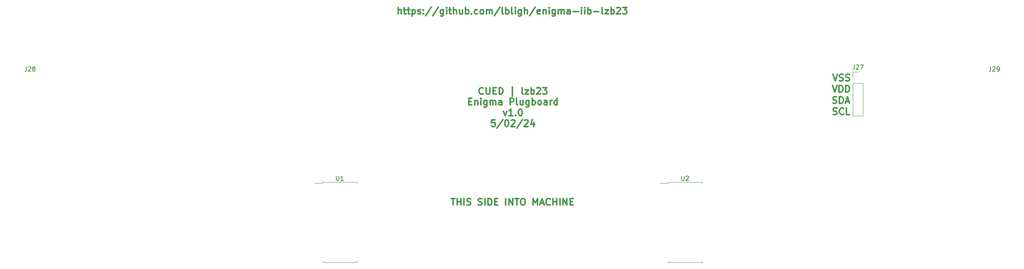
<source format=gbr>
%TF.GenerationSoftware,KiCad,Pcbnew,7.0.2-0*%
%TF.CreationDate,2024-02-08T13:36:38+00:00*%
%TF.ProjectId,plugboard,706c7567-626f-4617-9264-2e6b69636164,rev?*%
%TF.SameCoordinates,PX1312d00PY68e7780*%
%TF.FileFunction,Legend,Top*%
%TF.FilePolarity,Positive*%
%FSLAX46Y46*%
G04 Gerber Fmt 4.6, Leading zero omitted, Abs format (unit mm)*
G04 Created by KiCad (PCBNEW 7.0.2-0) date 2024-02-08 13:36:38*
%MOMM*%
%LPD*%
G01*
G04 APERTURE LIST*
%ADD10C,0.300000*%
%ADD11C,0.150000*%
%ADD12C,0.120000*%
G04 APERTURE END LIST*
D10*
X100843711Y59141072D02*
X100843711Y60641072D01*
X101486569Y59141072D02*
X101486569Y59926786D01*
X101486569Y59926786D02*
X101415140Y60069643D01*
X101415140Y60069643D02*
X101272283Y60141072D01*
X101272283Y60141072D02*
X101057997Y60141072D01*
X101057997Y60141072D02*
X100915140Y60069643D01*
X100915140Y60069643D02*
X100843711Y59998215D01*
X101986569Y60141072D02*
X102557997Y60141072D01*
X102200854Y60641072D02*
X102200854Y59355358D01*
X102200854Y59355358D02*
X102272283Y59212500D01*
X102272283Y59212500D02*
X102415140Y59141072D01*
X102415140Y59141072D02*
X102557997Y59141072D01*
X102843712Y60141072D02*
X103415140Y60141072D01*
X103057997Y60641072D02*
X103057997Y59355358D01*
X103057997Y59355358D02*
X103129426Y59212500D01*
X103129426Y59212500D02*
X103272283Y59141072D01*
X103272283Y59141072D02*
X103415140Y59141072D01*
X103915140Y60141072D02*
X103915140Y58641072D01*
X103915140Y60069643D02*
X104057998Y60141072D01*
X104057998Y60141072D02*
X104343712Y60141072D01*
X104343712Y60141072D02*
X104486569Y60069643D01*
X104486569Y60069643D02*
X104557998Y59998215D01*
X104557998Y59998215D02*
X104629426Y59855358D01*
X104629426Y59855358D02*
X104629426Y59426786D01*
X104629426Y59426786D02*
X104557998Y59283929D01*
X104557998Y59283929D02*
X104486569Y59212500D01*
X104486569Y59212500D02*
X104343712Y59141072D01*
X104343712Y59141072D02*
X104057998Y59141072D01*
X104057998Y59141072D02*
X103915140Y59212500D01*
X105200855Y59212500D02*
X105343712Y59141072D01*
X105343712Y59141072D02*
X105629426Y59141072D01*
X105629426Y59141072D02*
X105772283Y59212500D01*
X105772283Y59212500D02*
X105843712Y59355358D01*
X105843712Y59355358D02*
X105843712Y59426786D01*
X105843712Y59426786D02*
X105772283Y59569643D01*
X105772283Y59569643D02*
X105629426Y59641072D01*
X105629426Y59641072D02*
X105415141Y59641072D01*
X105415141Y59641072D02*
X105272283Y59712500D01*
X105272283Y59712500D02*
X105200855Y59855358D01*
X105200855Y59855358D02*
X105200855Y59926786D01*
X105200855Y59926786D02*
X105272283Y60069643D01*
X105272283Y60069643D02*
X105415141Y60141072D01*
X105415141Y60141072D02*
X105629426Y60141072D01*
X105629426Y60141072D02*
X105772283Y60069643D01*
X106486569Y59283929D02*
X106557998Y59212500D01*
X106557998Y59212500D02*
X106486569Y59141072D01*
X106486569Y59141072D02*
X106415141Y59212500D01*
X106415141Y59212500D02*
X106486569Y59283929D01*
X106486569Y59283929D02*
X106486569Y59141072D01*
X106486569Y60069643D02*
X106557998Y59998215D01*
X106557998Y59998215D02*
X106486569Y59926786D01*
X106486569Y59926786D02*
X106415141Y59998215D01*
X106415141Y59998215D02*
X106486569Y60069643D01*
X106486569Y60069643D02*
X106486569Y59926786D01*
X108272284Y60712500D02*
X106986570Y58783929D01*
X109843713Y60712500D02*
X108557999Y58783929D01*
X110986571Y60141072D02*
X110986571Y58926786D01*
X110986571Y58926786D02*
X110915142Y58783929D01*
X110915142Y58783929D02*
X110843713Y58712500D01*
X110843713Y58712500D02*
X110700856Y58641072D01*
X110700856Y58641072D02*
X110486571Y58641072D01*
X110486571Y58641072D02*
X110343713Y58712500D01*
X110986571Y59212500D02*
X110843713Y59141072D01*
X110843713Y59141072D02*
X110557999Y59141072D01*
X110557999Y59141072D02*
X110415142Y59212500D01*
X110415142Y59212500D02*
X110343713Y59283929D01*
X110343713Y59283929D02*
X110272285Y59426786D01*
X110272285Y59426786D02*
X110272285Y59855358D01*
X110272285Y59855358D02*
X110343713Y59998215D01*
X110343713Y59998215D02*
X110415142Y60069643D01*
X110415142Y60069643D02*
X110557999Y60141072D01*
X110557999Y60141072D02*
X110843713Y60141072D01*
X110843713Y60141072D02*
X110986571Y60069643D01*
X111700856Y59141072D02*
X111700856Y60141072D01*
X111700856Y60641072D02*
X111629428Y60569643D01*
X111629428Y60569643D02*
X111700856Y60498215D01*
X111700856Y60498215D02*
X111772285Y60569643D01*
X111772285Y60569643D02*
X111700856Y60641072D01*
X111700856Y60641072D02*
X111700856Y60498215D01*
X112200857Y60141072D02*
X112772285Y60141072D01*
X112415142Y60641072D02*
X112415142Y59355358D01*
X112415142Y59355358D02*
X112486571Y59212500D01*
X112486571Y59212500D02*
X112629428Y59141072D01*
X112629428Y59141072D02*
X112772285Y59141072D01*
X113272285Y59141072D02*
X113272285Y60641072D01*
X113915143Y59141072D02*
X113915143Y59926786D01*
X113915143Y59926786D02*
X113843714Y60069643D01*
X113843714Y60069643D02*
X113700857Y60141072D01*
X113700857Y60141072D02*
X113486571Y60141072D01*
X113486571Y60141072D02*
X113343714Y60069643D01*
X113343714Y60069643D02*
X113272285Y59998215D01*
X115272286Y60141072D02*
X115272286Y59141072D01*
X114629428Y60141072D02*
X114629428Y59355358D01*
X114629428Y59355358D02*
X114700857Y59212500D01*
X114700857Y59212500D02*
X114843714Y59141072D01*
X114843714Y59141072D02*
X115058000Y59141072D01*
X115058000Y59141072D02*
X115200857Y59212500D01*
X115200857Y59212500D02*
X115272286Y59283929D01*
X115986571Y59141072D02*
X115986571Y60641072D01*
X115986571Y60069643D02*
X116129429Y60141072D01*
X116129429Y60141072D02*
X116415143Y60141072D01*
X116415143Y60141072D02*
X116558000Y60069643D01*
X116558000Y60069643D02*
X116629429Y59998215D01*
X116629429Y59998215D02*
X116700857Y59855358D01*
X116700857Y59855358D02*
X116700857Y59426786D01*
X116700857Y59426786D02*
X116629429Y59283929D01*
X116629429Y59283929D02*
X116558000Y59212500D01*
X116558000Y59212500D02*
X116415143Y59141072D01*
X116415143Y59141072D02*
X116129429Y59141072D01*
X116129429Y59141072D02*
X115986571Y59212500D01*
X117343714Y59283929D02*
X117415143Y59212500D01*
X117415143Y59212500D02*
X117343714Y59141072D01*
X117343714Y59141072D02*
X117272286Y59212500D01*
X117272286Y59212500D02*
X117343714Y59283929D01*
X117343714Y59283929D02*
X117343714Y59141072D01*
X118700858Y59212500D02*
X118558000Y59141072D01*
X118558000Y59141072D02*
X118272286Y59141072D01*
X118272286Y59141072D02*
X118129429Y59212500D01*
X118129429Y59212500D02*
X118058000Y59283929D01*
X118058000Y59283929D02*
X117986572Y59426786D01*
X117986572Y59426786D02*
X117986572Y59855358D01*
X117986572Y59855358D02*
X118058000Y59998215D01*
X118058000Y59998215D02*
X118129429Y60069643D01*
X118129429Y60069643D02*
X118272286Y60141072D01*
X118272286Y60141072D02*
X118558000Y60141072D01*
X118558000Y60141072D02*
X118700858Y60069643D01*
X119558000Y59141072D02*
X119415143Y59212500D01*
X119415143Y59212500D02*
X119343714Y59283929D01*
X119343714Y59283929D02*
X119272286Y59426786D01*
X119272286Y59426786D02*
X119272286Y59855358D01*
X119272286Y59855358D02*
X119343714Y59998215D01*
X119343714Y59998215D02*
X119415143Y60069643D01*
X119415143Y60069643D02*
X119558000Y60141072D01*
X119558000Y60141072D02*
X119772286Y60141072D01*
X119772286Y60141072D02*
X119915143Y60069643D01*
X119915143Y60069643D02*
X119986572Y59998215D01*
X119986572Y59998215D02*
X120058000Y59855358D01*
X120058000Y59855358D02*
X120058000Y59426786D01*
X120058000Y59426786D02*
X119986572Y59283929D01*
X119986572Y59283929D02*
X119915143Y59212500D01*
X119915143Y59212500D02*
X119772286Y59141072D01*
X119772286Y59141072D02*
X119558000Y59141072D01*
X120700857Y59141072D02*
X120700857Y60141072D01*
X120700857Y59998215D02*
X120772286Y60069643D01*
X120772286Y60069643D02*
X120915143Y60141072D01*
X120915143Y60141072D02*
X121129429Y60141072D01*
X121129429Y60141072D02*
X121272286Y60069643D01*
X121272286Y60069643D02*
X121343715Y59926786D01*
X121343715Y59926786D02*
X121343715Y59141072D01*
X121343715Y59926786D02*
X121415143Y60069643D01*
X121415143Y60069643D02*
X121558000Y60141072D01*
X121558000Y60141072D02*
X121772286Y60141072D01*
X121772286Y60141072D02*
X121915143Y60069643D01*
X121915143Y60069643D02*
X121986572Y59926786D01*
X121986572Y59926786D02*
X121986572Y59141072D01*
X123772286Y60712500D02*
X122486572Y58783929D01*
X124486572Y59141072D02*
X124343715Y59212500D01*
X124343715Y59212500D02*
X124272286Y59355358D01*
X124272286Y59355358D02*
X124272286Y60641072D01*
X125058000Y59141072D02*
X125058000Y60641072D01*
X125058000Y60069643D02*
X125200858Y60141072D01*
X125200858Y60141072D02*
X125486572Y60141072D01*
X125486572Y60141072D02*
X125629429Y60069643D01*
X125629429Y60069643D02*
X125700858Y59998215D01*
X125700858Y59998215D02*
X125772286Y59855358D01*
X125772286Y59855358D02*
X125772286Y59426786D01*
X125772286Y59426786D02*
X125700858Y59283929D01*
X125700858Y59283929D02*
X125629429Y59212500D01*
X125629429Y59212500D02*
X125486572Y59141072D01*
X125486572Y59141072D02*
X125200858Y59141072D01*
X125200858Y59141072D02*
X125058000Y59212500D01*
X126629429Y59141072D02*
X126486572Y59212500D01*
X126486572Y59212500D02*
X126415143Y59355358D01*
X126415143Y59355358D02*
X126415143Y60641072D01*
X127200857Y59141072D02*
X127200857Y60141072D01*
X127200857Y60641072D02*
X127129429Y60569643D01*
X127129429Y60569643D02*
X127200857Y60498215D01*
X127200857Y60498215D02*
X127272286Y60569643D01*
X127272286Y60569643D02*
X127200857Y60641072D01*
X127200857Y60641072D02*
X127200857Y60498215D01*
X128558001Y60141072D02*
X128558001Y58926786D01*
X128558001Y58926786D02*
X128486572Y58783929D01*
X128486572Y58783929D02*
X128415143Y58712500D01*
X128415143Y58712500D02*
X128272286Y58641072D01*
X128272286Y58641072D02*
X128058001Y58641072D01*
X128058001Y58641072D02*
X127915143Y58712500D01*
X128558001Y59212500D02*
X128415143Y59141072D01*
X128415143Y59141072D02*
X128129429Y59141072D01*
X128129429Y59141072D02*
X127986572Y59212500D01*
X127986572Y59212500D02*
X127915143Y59283929D01*
X127915143Y59283929D02*
X127843715Y59426786D01*
X127843715Y59426786D02*
X127843715Y59855358D01*
X127843715Y59855358D02*
X127915143Y59998215D01*
X127915143Y59998215D02*
X127986572Y60069643D01*
X127986572Y60069643D02*
X128129429Y60141072D01*
X128129429Y60141072D02*
X128415143Y60141072D01*
X128415143Y60141072D02*
X128558001Y60069643D01*
X129272286Y59141072D02*
X129272286Y60641072D01*
X129915144Y59141072D02*
X129915144Y59926786D01*
X129915144Y59926786D02*
X129843715Y60069643D01*
X129843715Y60069643D02*
X129700858Y60141072D01*
X129700858Y60141072D02*
X129486572Y60141072D01*
X129486572Y60141072D02*
X129343715Y60069643D01*
X129343715Y60069643D02*
X129272286Y59998215D01*
X131700858Y60712500D02*
X130415144Y58783929D01*
X132772287Y59212500D02*
X132629430Y59141072D01*
X132629430Y59141072D02*
X132343716Y59141072D01*
X132343716Y59141072D02*
X132200858Y59212500D01*
X132200858Y59212500D02*
X132129430Y59355358D01*
X132129430Y59355358D02*
X132129430Y59926786D01*
X132129430Y59926786D02*
X132200858Y60069643D01*
X132200858Y60069643D02*
X132343716Y60141072D01*
X132343716Y60141072D02*
X132629430Y60141072D01*
X132629430Y60141072D02*
X132772287Y60069643D01*
X132772287Y60069643D02*
X132843716Y59926786D01*
X132843716Y59926786D02*
X132843716Y59783929D01*
X132843716Y59783929D02*
X132129430Y59641072D01*
X133486572Y60141072D02*
X133486572Y59141072D01*
X133486572Y59998215D02*
X133558001Y60069643D01*
X133558001Y60069643D02*
X133700858Y60141072D01*
X133700858Y60141072D02*
X133915144Y60141072D01*
X133915144Y60141072D02*
X134058001Y60069643D01*
X134058001Y60069643D02*
X134129430Y59926786D01*
X134129430Y59926786D02*
X134129430Y59141072D01*
X134843715Y59141072D02*
X134843715Y60141072D01*
X134843715Y60641072D02*
X134772287Y60569643D01*
X134772287Y60569643D02*
X134843715Y60498215D01*
X134843715Y60498215D02*
X134915144Y60569643D01*
X134915144Y60569643D02*
X134843715Y60641072D01*
X134843715Y60641072D02*
X134843715Y60498215D01*
X136200859Y60141072D02*
X136200859Y58926786D01*
X136200859Y58926786D02*
X136129430Y58783929D01*
X136129430Y58783929D02*
X136058001Y58712500D01*
X136058001Y58712500D02*
X135915144Y58641072D01*
X135915144Y58641072D02*
X135700859Y58641072D01*
X135700859Y58641072D02*
X135558001Y58712500D01*
X136200859Y59212500D02*
X136058001Y59141072D01*
X136058001Y59141072D02*
X135772287Y59141072D01*
X135772287Y59141072D02*
X135629430Y59212500D01*
X135629430Y59212500D02*
X135558001Y59283929D01*
X135558001Y59283929D02*
X135486573Y59426786D01*
X135486573Y59426786D02*
X135486573Y59855358D01*
X135486573Y59855358D02*
X135558001Y59998215D01*
X135558001Y59998215D02*
X135629430Y60069643D01*
X135629430Y60069643D02*
X135772287Y60141072D01*
X135772287Y60141072D02*
X136058001Y60141072D01*
X136058001Y60141072D02*
X136200859Y60069643D01*
X136915144Y59141072D02*
X136915144Y60141072D01*
X136915144Y59998215D02*
X136986573Y60069643D01*
X136986573Y60069643D02*
X137129430Y60141072D01*
X137129430Y60141072D02*
X137343716Y60141072D01*
X137343716Y60141072D02*
X137486573Y60069643D01*
X137486573Y60069643D02*
X137558002Y59926786D01*
X137558002Y59926786D02*
X137558002Y59141072D01*
X137558002Y59926786D02*
X137629430Y60069643D01*
X137629430Y60069643D02*
X137772287Y60141072D01*
X137772287Y60141072D02*
X137986573Y60141072D01*
X137986573Y60141072D02*
X138129430Y60069643D01*
X138129430Y60069643D02*
X138200859Y59926786D01*
X138200859Y59926786D02*
X138200859Y59141072D01*
X139558002Y59141072D02*
X139558002Y59926786D01*
X139558002Y59926786D02*
X139486573Y60069643D01*
X139486573Y60069643D02*
X139343716Y60141072D01*
X139343716Y60141072D02*
X139058002Y60141072D01*
X139058002Y60141072D02*
X138915144Y60069643D01*
X139558002Y59212500D02*
X139415144Y59141072D01*
X139415144Y59141072D02*
X139058002Y59141072D01*
X139058002Y59141072D02*
X138915144Y59212500D01*
X138915144Y59212500D02*
X138843716Y59355358D01*
X138843716Y59355358D02*
X138843716Y59498215D01*
X138843716Y59498215D02*
X138915144Y59641072D01*
X138915144Y59641072D02*
X139058002Y59712500D01*
X139058002Y59712500D02*
X139415144Y59712500D01*
X139415144Y59712500D02*
X139558002Y59783929D01*
X140272287Y59712500D02*
X141415145Y59712500D01*
X142129430Y59141072D02*
X142129430Y60141072D01*
X142129430Y60641072D02*
X142058002Y60569643D01*
X142058002Y60569643D02*
X142129430Y60498215D01*
X142129430Y60498215D02*
X142200859Y60569643D01*
X142200859Y60569643D02*
X142129430Y60641072D01*
X142129430Y60641072D02*
X142129430Y60498215D01*
X142843716Y59141072D02*
X142843716Y60141072D01*
X142843716Y60641072D02*
X142772288Y60569643D01*
X142772288Y60569643D02*
X142843716Y60498215D01*
X142843716Y60498215D02*
X142915145Y60569643D01*
X142915145Y60569643D02*
X142843716Y60641072D01*
X142843716Y60641072D02*
X142843716Y60498215D01*
X143558002Y59141072D02*
X143558002Y60641072D01*
X143558002Y60069643D02*
X143700860Y60141072D01*
X143700860Y60141072D02*
X143986574Y60141072D01*
X143986574Y60141072D02*
X144129431Y60069643D01*
X144129431Y60069643D02*
X144200860Y59998215D01*
X144200860Y59998215D02*
X144272288Y59855358D01*
X144272288Y59855358D02*
X144272288Y59426786D01*
X144272288Y59426786D02*
X144200860Y59283929D01*
X144200860Y59283929D02*
X144129431Y59212500D01*
X144129431Y59212500D02*
X143986574Y59141072D01*
X143986574Y59141072D02*
X143700860Y59141072D01*
X143700860Y59141072D02*
X143558002Y59212500D01*
X144915145Y59712500D02*
X146058003Y59712500D01*
X146986574Y59141072D02*
X146843717Y59212500D01*
X146843717Y59212500D02*
X146772288Y59355358D01*
X146772288Y59355358D02*
X146772288Y60641072D01*
X147415145Y60141072D02*
X148200860Y60141072D01*
X148200860Y60141072D02*
X147415145Y59141072D01*
X147415145Y59141072D02*
X148200860Y59141072D01*
X148772288Y59141072D02*
X148772288Y60641072D01*
X148772288Y60069643D02*
X148915146Y60141072D01*
X148915146Y60141072D02*
X149200860Y60141072D01*
X149200860Y60141072D02*
X149343717Y60069643D01*
X149343717Y60069643D02*
X149415146Y59998215D01*
X149415146Y59998215D02*
X149486574Y59855358D01*
X149486574Y59855358D02*
X149486574Y59426786D01*
X149486574Y59426786D02*
X149415146Y59283929D01*
X149415146Y59283929D02*
X149343717Y59212500D01*
X149343717Y59212500D02*
X149200860Y59141072D01*
X149200860Y59141072D02*
X148915146Y59141072D01*
X148915146Y59141072D02*
X148772288Y59212500D01*
X150058003Y60498215D02*
X150129431Y60569643D01*
X150129431Y60569643D02*
X150272289Y60641072D01*
X150272289Y60641072D02*
X150629431Y60641072D01*
X150629431Y60641072D02*
X150772289Y60569643D01*
X150772289Y60569643D02*
X150843717Y60498215D01*
X150843717Y60498215D02*
X150915146Y60355358D01*
X150915146Y60355358D02*
X150915146Y60212500D01*
X150915146Y60212500D02*
X150843717Y59998215D01*
X150843717Y59998215D02*
X149986574Y59141072D01*
X149986574Y59141072D02*
X150915146Y59141072D01*
X151415145Y60641072D02*
X152343717Y60641072D01*
X152343717Y60641072D02*
X151843717Y60069643D01*
X151843717Y60069643D02*
X152058002Y60069643D01*
X152058002Y60069643D02*
X152200860Y59998215D01*
X152200860Y59998215D02*
X152272288Y59926786D01*
X152272288Y59926786D02*
X152343717Y59783929D01*
X152343717Y59783929D02*
X152343717Y59426786D01*
X152343717Y59426786D02*
X152272288Y59283929D01*
X152272288Y59283929D02*
X152200860Y59212500D01*
X152200860Y59212500D02*
X152058002Y59141072D01*
X152058002Y59141072D02*
X151629431Y59141072D01*
X151629431Y59141072D02*
X151486574Y59212500D01*
X151486574Y59212500D02*
X151415145Y59283929D01*
X112700856Y17461072D02*
X113557999Y17461072D01*
X113129427Y15961072D02*
X113129427Y17461072D01*
X114057998Y15961072D02*
X114057998Y17461072D01*
X114057998Y16746786D02*
X114915141Y16746786D01*
X114915141Y15961072D02*
X114915141Y17461072D01*
X115629427Y15961072D02*
X115629427Y17461072D01*
X116272285Y16032500D02*
X116486571Y15961072D01*
X116486571Y15961072D02*
X116843713Y15961072D01*
X116843713Y15961072D02*
X116986571Y16032500D01*
X116986571Y16032500D02*
X117057999Y16103929D01*
X117057999Y16103929D02*
X117129428Y16246786D01*
X117129428Y16246786D02*
X117129428Y16389643D01*
X117129428Y16389643D02*
X117057999Y16532500D01*
X117057999Y16532500D02*
X116986571Y16603929D01*
X116986571Y16603929D02*
X116843713Y16675358D01*
X116843713Y16675358D02*
X116557999Y16746786D01*
X116557999Y16746786D02*
X116415142Y16818215D01*
X116415142Y16818215D02*
X116343713Y16889643D01*
X116343713Y16889643D02*
X116272285Y17032500D01*
X116272285Y17032500D02*
X116272285Y17175358D01*
X116272285Y17175358D02*
X116343713Y17318215D01*
X116343713Y17318215D02*
X116415142Y17389643D01*
X116415142Y17389643D02*
X116557999Y17461072D01*
X116557999Y17461072D02*
X116915142Y17461072D01*
X116915142Y17461072D02*
X117129428Y17389643D01*
X118843713Y16032500D02*
X119057999Y15961072D01*
X119057999Y15961072D02*
X119415141Y15961072D01*
X119415141Y15961072D02*
X119557999Y16032500D01*
X119557999Y16032500D02*
X119629427Y16103929D01*
X119629427Y16103929D02*
X119700856Y16246786D01*
X119700856Y16246786D02*
X119700856Y16389643D01*
X119700856Y16389643D02*
X119629427Y16532500D01*
X119629427Y16532500D02*
X119557999Y16603929D01*
X119557999Y16603929D02*
X119415141Y16675358D01*
X119415141Y16675358D02*
X119129427Y16746786D01*
X119129427Y16746786D02*
X118986570Y16818215D01*
X118986570Y16818215D02*
X118915141Y16889643D01*
X118915141Y16889643D02*
X118843713Y17032500D01*
X118843713Y17032500D02*
X118843713Y17175358D01*
X118843713Y17175358D02*
X118915141Y17318215D01*
X118915141Y17318215D02*
X118986570Y17389643D01*
X118986570Y17389643D02*
X119129427Y17461072D01*
X119129427Y17461072D02*
X119486570Y17461072D01*
X119486570Y17461072D02*
X119700856Y17389643D01*
X120343712Y15961072D02*
X120343712Y17461072D01*
X121057998Y15961072D02*
X121057998Y17461072D01*
X121057998Y17461072D02*
X121415141Y17461072D01*
X121415141Y17461072D02*
X121629427Y17389643D01*
X121629427Y17389643D02*
X121772284Y17246786D01*
X121772284Y17246786D02*
X121843713Y17103929D01*
X121843713Y17103929D02*
X121915141Y16818215D01*
X121915141Y16818215D02*
X121915141Y16603929D01*
X121915141Y16603929D02*
X121843713Y16318215D01*
X121843713Y16318215D02*
X121772284Y16175358D01*
X121772284Y16175358D02*
X121629427Y16032500D01*
X121629427Y16032500D02*
X121415141Y15961072D01*
X121415141Y15961072D02*
X121057998Y15961072D01*
X122557998Y16746786D02*
X123057998Y16746786D01*
X123272284Y15961072D02*
X122557998Y15961072D01*
X122557998Y15961072D02*
X122557998Y17461072D01*
X122557998Y17461072D02*
X123272284Y17461072D01*
X125057998Y15961072D02*
X125057998Y17461072D01*
X125772284Y15961072D02*
X125772284Y17461072D01*
X125772284Y17461072D02*
X126629427Y15961072D01*
X126629427Y15961072D02*
X126629427Y17461072D01*
X127129428Y17461072D02*
X127986571Y17461072D01*
X127557999Y15961072D02*
X127557999Y17461072D01*
X128772285Y17461072D02*
X129057999Y17461072D01*
X129057999Y17461072D02*
X129200856Y17389643D01*
X129200856Y17389643D02*
X129343713Y17246786D01*
X129343713Y17246786D02*
X129415142Y16961072D01*
X129415142Y16961072D02*
X129415142Y16461072D01*
X129415142Y16461072D02*
X129343713Y16175358D01*
X129343713Y16175358D02*
X129200856Y16032500D01*
X129200856Y16032500D02*
X129057999Y15961072D01*
X129057999Y15961072D02*
X128772285Y15961072D01*
X128772285Y15961072D02*
X128629428Y16032500D01*
X128629428Y16032500D02*
X128486570Y16175358D01*
X128486570Y16175358D02*
X128415142Y16461072D01*
X128415142Y16461072D02*
X128415142Y16961072D01*
X128415142Y16961072D02*
X128486570Y17246786D01*
X128486570Y17246786D02*
X128629428Y17389643D01*
X128629428Y17389643D02*
X128772285Y17461072D01*
X131200856Y15961072D02*
X131200856Y17461072D01*
X131200856Y17461072D02*
X131700856Y16389643D01*
X131700856Y16389643D02*
X132200856Y17461072D01*
X132200856Y17461072D02*
X132200856Y15961072D01*
X132843714Y16389643D02*
X133558000Y16389643D01*
X132700857Y15961072D02*
X133200857Y17461072D01*
X133200857Y17461072D02*
X133700857Y15961072D01*
X135057999Y16103929D02*
X134986571Y16032500D01*
X134986571Y16032500D02*
X134772285Y15961072D01*
X134772285Y15961072D02*
X134629428Y15961072D01*
X134629428Y15961072D02*
X134415142Y16032500D01*
X134415142Y16032500D02*
X134272285Y16175358D01*
X134272285Y16175358D02*
X134200856Y16318215D01*
X134200856Y16318215D02*
X134129428Y16603929D01*
X134129428Y16603929D02*
X134129428Y16818215D01*
X134129428Y16818215D02*
X134200856Y17103929D01*
X134200856Y17103929D02*
X134272285Y17246786D01*
X134272285Y17246786D02*
X134415142Y17389643D01*
X134415142Y17389643D02*
X134629428Y17461072D01*
X134629428Y17461072D02*
X134772285Y17461072D01*
X134772285Y17461072D02*
X134986571Y17389643D01*
X134986571Y17389643D02*
X135057999Y17318215D01*
X135700856Y15961072D02*
X135700856Y17461072D01*
X135700856Y16746786D02*
X136557999Y16746786D01*
X136557999Y15961072D02*
X136557999Y17461072D01*
X137272285Y15961072D02*
X137272285Y17461072D01*
X137986571Y15961072D02*
X137986571Y17461072D01*
X137986571Y17461072D02*
X138843714Y15961072D01*
X138843714Y15961072D02*
X138843714Y17461072D01*
X139558000Y16746786D02*
X140058000Y16746786D01*
X140272286Y15961072D02*
X139558000Y15961072D01*
X139558000Y15961072D02*
X139558000Y17461072D01*
X139558000Y17461072D02*
X140272286Y17461072D01*
X198900857Y36479500D02*
X199115143Y36408072D01*
X199115143Y36408072D02*
X199472285Y36408072D01*
X199472285Y36408072D02*
X199615143Y36479500D01*
X199615143Y36479500D02*
X199686571Y36550929D01*
X199686571Y36550929D02*
X199758000Y36693786D01*
X199758000Y36693786D02*
X199758000Y36836643D01*
X199758000Y36836643D02*
X199686571Y36979500D01*
X199686571Y36979500D02*
X199615143Y37050929D01*
X199615143Y37050929D02*
X199472285Y37122358D01*
X199472285Y37122358D02*
X199186571Y37193786D01*
X199186571Y37193786D02*
X199043714Y37265215D01*
X199043714Y37265215D02*
X198972285Y37336643D01*
X198972285Y37336643D02*
X198900857Y37479500D01*
X198900857Y37479500D02*
X198900857Y37622358D01*
X198900857Y37622358D02*
X198972285Y37765215D01*
X198972285Y37765215D02*
X199043714Y37836643D01*
X199043714Y37836643D02*
X199186571Y37908072D01*
X199186571Y37908072D02*
X199543714Y37908072D01*
X199543714Y37908072D02*
X199758000Y37836643D01*
X201257999Y36550929D02*
X201186571Y36479500D01*
X201186571Y36479500D02*
X200972285Y36408072D01*
X200972285Y36408072D02*
X200829428Y36408072D01*
X200829428Y36408072D02*
X200615142Y36479500D01*
X200615142Y36479500D02*
X200472285Y36622358D01*
X200472285Y36622358D02*
X200400856Y36765215D01*
X200400856Y36765215D02*
X200329428Y37050929D01*
X200329428Y37050929D02*
X200329428Y37265215D01*
X200329428Y37265215D02*
X200400856Y37550929D01*
X200400856Y37550929D02*
X200472285Y37693786D01*
X200472285Y37693786D02*
X200615142Y37836643D01*
X200615142Y37836643D02*
X200829428Y37908072D01*
X200829428Y37908072D02*
X200972285Y37908072D01*
X200972285Y37908072D02*
X201186571Y37836643D01*
X201186571Y37836643D02*
X201257999Y37765215D01*
X202615142Y36408072D02*
X201900856Y36408072D01*
X201900856Y36408072D02*
X201900856Y37908072D01*
X198829429Y39019500D02*
X199043715Y38948072D01*
X199043715Y38948072D02*
X199400857Y38948072D01*
X199400857Y38948072D02*
X199543715Y39019500D01*
X199543715Y39019500D02*
X199615143Y39090929D01*
X199615143Y39090929D02*
X199686572Y39233786D01*
X199686572Y39233786D02*
X199686572Y39376643D01*
X199686572Y39376643D02*
X199615143Y39519500D01*
X199615143Y39519500D02*
X199543715Y39590929D01*
X199543715Y39590929D02*
X199400857Y39662358D01*
X199400857Y39662358D02*
X199115143Y39733786D01*
X199115143Y39733786D02*
X198972286Y39805215D01*
X198972286Y39805215D02*
X198900857Y39876643D01*
X198900857Y39876643D02*
X198829429Y40019500D01*
X198829429Y40019500D02*
X198829429Y40162358D01*
X198829429Y40162358D02*
X198900857Y40305215D01*
X198900857Y40305215D02*
X198972286Y40376643D01*
X198972286Y40376643D02*
X199115143Y40448072D01*
X199115143Y40448072D02*
X199472286Y40448072D01*
X199472286Y40448072D02*
X199686572Y40376643D01*
X200329428Y38948072D02*
X200329428Y40448072D01*
X200329428Y40448072D02*
X200686571Y40448072D01*
X200686571Y40448072D02*
X200900857Y40376643D01*
X200900857Y40376643D02*
X201043714Y40233786D01*
X201043714Y40233786D02*
X201115143Y40090929D01*
X201115143Y40090929D02*
X201186571Y39805215D01*
X201186571Y39805215D02*
X201186571Y39590929D01*
X201186571Y39590929D02*
X201115143Y39305215D01*
X201115143Y39305215D02*
X201043714Y39162358D01*
X201043714Y39162358D02*
X200900857Y39019500D01*
X200900857Y39019500D02*
X200686571Y38948072D01*
X200686571Y38948072D02*
X200329428Y38948072D01*
X201758000Y39376643D02*
X202472286Y39376643D01*
X201615143Y38948072D02*
X202115143Y40448072D01*
X202115143Y40448072D02*
X202615143Y38948072D01*
X198742143Y42988072D02*
X199242143Y41488072D01*
X199242143Y41488072D02*
X199742143Y42988072D01*
X200242142Y41488072D02*
X200242142Y42988072D01*
X200242142Y42988072D02*
X200599285Y42988072D01*
X200599285Y42988072D02*
X200813571Y42916643D01*
X200813571Y42916643D02*
X200956428Y42773786D01*
X200956428Y42773786D02*
X201027857Y42630929D01*
X201027857Y42630929D02*
X201099285Y42345215D01*
X201099285Y42345215D02*
X201099285Y42130929D01*
X201099285Y42130929D02*
X201027857Y41845215D01*
X201027857Y41845215D02*
X200956428Y41702358D01*
X200956428Y41702358D02*
X200813571Y41559500D01*
X200813571Y41559500D02*
X200599285Y41488072D01*
X200599285Y41488072D02*
X200242142Y41488072D01*
X201742142Y41488072D02*
X201742142Y42988072D01*
X201742142Y42988072D02*
X202099285Y42988072D01*
X202099285Y42988072D02*
X202313571Y42916643D01*
X202313571Y42916643D02*
X202456428Y42773786D01*
X202456428Y42773786D02*
X202527857Y42630929D01*
X202527857Y42630929D02*
X202599285Y42345215D01*
X202599285Y42345215D02*
X202599285Y42130929D01*
X202599285Y42130929D02*
X202527857Y41845215D01*
X202527857Y41845215D02*
X202456428Y41702358D01*
X202456428Y41702358D02*
X202313571Y41559500D01*
X202313571Y41559500D02*
X202099285Y41488072D01*
X202099285Y41488072D02*
X201742142Y41488072D01*
X198885001Y45528072D02*
X199385001Y44028072D01*
X199385001Y44028072D02*
X199885001Y45528072D01*
X200313572Y44099500D02*
X200527858Y44028072D01*
X200527858Y44028072D02*
X200885000Y44028072D01*
X200885000Y44028072D02*
X201027858Y44099500D01*
X201027858Y44099500D02*
X201099286Y44170929D01*
X201099286Y44170929D02*
X201170715Y44313786D01*
X201170715Y44313786D02*
X201170715Y44456643D01*
X201170715Y44456643D02*
X201099286Y44599500D01*
X201099286Y44599500D02*
X201027858Y44670929D01*
X201027858Y44670929D02*
X200885000Y44742358D01*
X200885000Y44742358D02*
X200599286Y44813786D01*
X200599286Y44813786D02*
X200456429Y44885215D01*
X200456429Y44885215D02*
X200385000Y44956643D01*
X200385000Y44956643D02*
X200313572Y45099500D01*
X200313572Y45099500D02*
X200313572Y45242358D01*
X200313572Y45242358D02*
X200385000Y45385215D01*
X200385000Y45385215D02*
X200456429Y45456643D01*
X200456429Y45456643D02*
X200599286Y45528072D01*
X200599286Y45528072D02*
X200956429Y45528072D01*
X200956429Y45528072D02*
X201170715Y45456643D01*
X201742143Y44099500D02*
X201956429Y44028072D01*
X201956429Y44028072D02*
X202313571Y44028072D01*
X202313571Y44028072D02*
X202456429Y44099500D01*
X202456429Y44099500D02*
X202527857Y44170929D01*
X202527857Y44170929D02*
X202599286Y44313786D01*
X202599286Y44313786D02*
X202599286Y44456643D01*
X202599286Y44456643D02*
X202527857Y44599500D01*
X202527857Y44599500D02*
X202456429Y44670929D01*
X202456429Y44670929D02*
X202313571Y44742358D01*
X202313571Y44742358D02*
X202027857Y44813786D01*
X202027857Y44813786D02*
X201885000Y44885215D01*
X201885000Y44885215D02*
X201813571Y44956643D01*
X201813571Y44956643D02*
X201742143Y45099500D01*
X201742143Y45099500D02*
X201742143Y45242358D01*
X201742143Y45242358D02*
X201813571Y45385215D01*
X201813571Y45385215D02*
X201885000Y45456643D01*
X201885000Y45456643D02*
X202027857Y45528072D01*
X202027857Y45528072D02*
X202385000Y45528072D01*
X202385000Y45528072D02*
X202599286Y45456643D01*
X119970714Y41162429D02*
X119899286Y41091000D01*
X119899286Y41091000D02*
X119685000Y41019572D01*
X119685000Y41019572D02*
X119542143Y41019572D01*
X119542143Y41019572D02*
X119327857Y41091000D01*
X119327857Y41091000D02*
X119185000Y41233858D01*
X119185000Y41233858D02*
X119113571Y41376715D01*
X119113571Y41376715D02*
X119042143Y41662429D01*
X119042143Y41662429D02*
X119042143Y41876715D01*
X119042143Y41876715D02*
X119113571Y42162429D01*
X119113571Y42162429D02*
X119185000Y42305286D01*
X119185000Y42305286D02*
X119327857Y42448143D01*
X119327857Y42448143D02*
X119542143Y42519572D01*
X119542143Y42519572D02*
X119685000Y42519572D01*
X119685000Y42519572D02*
X119899286Y42448143D01*
X119899286Y42448143D02*
X119970714Y42376715D01*
X120613571Y42519572D02*
X120613571Y41305286D01*
X120613571Y41305286D02*
X120685000Y41162429D01*
X120685000Y41162429D02*
X120756429Y41091000D01*
X120756429Y41091000D02*
X120899286Y41019572D01*
X120899286Y41019572D02*
X121185000Y41019572D01*
X121185000Y41019572D02*
X121327857Y41091000D01*
X121327857Y41091000D02*
X121399286Y41162429D01*
X121399286Y41162429D02*
X121470714Y41305286D01*
X121470714Y41305286D02*
X121470714Y42519572D01*
X122185000Y41805286D02*
X122685000Y41805286D01*
X122899286Y41019572D02*
X122185000Y41019572D01*
X122185000Y41019572D02*
X122185000Y42519572D01*
X122185000Y42519572D02*
X122899286Y42519572D01*
X123542143Y41019572D02*
X123542143Y42519572D01*
X123542143Y42519572D02*
X123899286Y42519572D01*
X123899286Y42519572D02*
X124113572Y42448143D01*
X124113572Y42448143D02*
X124256429Y42305286D01*
X124256429Y42305286D02*
X124327858Y42162429D01*
X124327858Y42162429D02*
X124399286Y41876715D01*
X124399286Y41876715D02*
X124399286Y41662429D01*
X124399286Y41662429D02*
X124327858Y41376715D01*
X124327858Y41376715D02*
X124256429Y41233858D01*
X124256429Y41233858D02*
X124113572Y41091000D01*
X124113572Y41091000D02*
X123899286Y41019572D01*
X123899286Y41019572D02*
X123542143Y41019572D01*
X126542143Y40519572D02*
X126542143Y42662429D01*
X128970714Y41019572D02*
X128827857Y41091000D01*
X128827857Y41091000D02*
X128756428Y41233858D01*
X128756428Y41233858D02*
X128756428Y42519572D01*
X129399285Y42019572D02*
X130185000Y42019572D01*
X130185000Y42019572D02*
X129399285Y41019572D01*
X129399285Y41019572D02*
X130185000Y41019572D01*
X130756428Y41019572D02*
X130756428Y42519572D01*
X130756428Y41948143D02*
X130899286Y42019572D01*
X130899286Y42019572D02*
X131185000Y42019572D01*
X131185000Y42019572D02*
X131327857Y41948143D01*
X131327857Y41948143D02*
X131399286Y41876715D01*
X131399286Y41876715D02*
X131470714Y41733858D01*
X131470714Y41733858D02*
X131470714Y41305286D01*
X131470714Y41305286D02*
X131399286Y41162429D01*
X131399286Y41162429D02*
X131327857Y41091000D01*
X131327857Y41091000D02*
X131185000Y41019572D01*
X131185000Y41019572D02*
X130899286Y41019572D01*
X130899286Y41019572D02*
X130756428Y41091000D01*
X132042143Y42376715D02*
X132113571Y42448143D01*
X132113571Y42448143D02*
X132256429Y42519572D01*
X132256429Y42519572D02*
X132613571Y42519572D01*
X132613571Y42519572D02*
X132756429Y42448143D01*
X132756429Y42448143D02*
X132827857Y42376715D01*
X132827857Y42376715D02*
X132899286Y42233858D01*
X132899286Y42233858D02*
X132899286Y42091000D01*
X132899286Y42091000D02*
X132827857Y41876715D01*
X132827857Y41876715D02*
X131970714Y41019572D01*
X131970714Y41019572D02*
X132899286Y41019572D01*
X133399285Y42519572D02*
X134327857Y42519572D01*
X134327857Y42519572D02*
X133827857Y41948143D01*
X133827857Y41948143D02*
X134042142Y41948143D01*
X134042142Y41948143D02*
X134185000Y41876715D01*
X134185000Y41876715D02*
X134256428Y41805286D01*
X134256428Y41805286D02*
X134327857Y41662429D01*
X134327857Y41662429D02*
X134327857Y41305286D01*
X134327857Y41305286D02*
X134256428Y41162429D01*
X134256428Y41162429D02*
X134185000Y41091000D01*
X134185000Y41091000D02*
X134042142Y41019572D01*
X134042142Y41019572D02*
X133613571Y41019572D01*
X133613571Y41019572D02*
X133470714Y41091000D01*
X133470714Y41091000D02*
X133399285Y41162429D01*
X116720713Y39375286D02*
X117220713Y39375286D01*
X117434999Y38589572D02*
X116720713Y38589572D01*
X116720713Y38589572D02*
X116720713Y40089572D01*
X116720713Y40089572D02*
X117434999Y40089572D01*
X118077856Y39589572D02*
X118077856Y38589572D01*
X118077856Y39446715D02*
X118149285Y39518143D01*
X118149285Y39518143D02*
X118292142Y39589572D01*
X118292142Y39589572D02*
X118506428Y39589572D01*
X118506428Y39589572D02*
X118649285Y39518143D01*
X118649285Y39518143D02*
X118720714Y39375286D01*
X118720714Y39375286D02*
X118720714Y38589572D01*
X119434999Y38589572D02*
X119434999Y39589572D01*
X119434999Y40089572D02*
X119363571Y40018143D01*
X119363571Y40018143D02*
X119434999Y39946715D01*
X119434999Y39946715D02*
X119506428Y40018143D01*
X119506428Y40018143D02*
X119434999Y40089572D01*
X119434999Y40089572D02*
X119434999Y39946715D01*
X120792143Y39589572D02*
X120792143Y38375286D01*
X120792143Y38375286D02*
X120720714Y38232429D01*
X120720714Y38232429D02*
X120649285Y38161000D01*
X120649285Y38161000D02*
X120506428Y38089572D01*
X120506428Y38089572D02*
X120292143Y38089572D01*
X120292143Y38089572D02*
X120149285Y38161000D01*
X120792143Y38661000D02*
X120649285Y38589572D01*
X120649285Y38589572D02*
X120363571Y38589572D01*
X120363571Y38589572D02*
X120220714Y38661000D01*
X120220714Y38661000D02*
X120149285Y38732429D01*
X120149285Y38732429D02*
X120077857Y38875286D01*
X120077857Y38875286D02*
X120077857Y39303858D01*
X120077857Y39303858D02*
X120149285Y39446715D01*
X120149285Y39446715D02*
X120220714Y39518143D01*
X120220714Y39518143D02*
X120363571Y39589572D01*
X120363571Y39589572D02*
X120649285Y39589572D01*
X120649285Y39589572D02*
X120792143Y39518143D01*
X121506428Y38589572D02*
X121506428Y39589572D01*
X121506428Y39446715D02*
X121577857Y39518143D01*
X121577857Y39518143D02*
X121720714Y39589572D01*
X121720714Y39589572D02*
X121935000Y39589572D01*
X121935000Y39589572D02*
X122077857Y39518143D01*
X122077857Y39518143D02*
X122149286Y39375286D01*
X122149286Y39375286D02*
X122149286Y38589572D01*
X122149286Y39375286D02*
X122220714Y39518143D01*
X122220714Y39518143D02*
X122363571Y39589572D01*
X122363571Y39589572D02*
X122577857Y39589572D01*
X122577857Y39589572D02*
X122720714Y39518143D01*
X122720714Y39518143D02*
X122792143Y39375286D01*
X122792143Y39375286D02*
X122792143Y38589572D01*
X124149286Y38589572D02*
X124149286Y39375286D01*
X124149286Y39375286D02*
X124077857Y39518143D01*
X124077857Y39518143D02*
X123935000Y39589572D01*
X123935000Y39589572D02*
X123649286Y39589572D01*
X123649286Y39589572D02*
X123506428Y39518143D01*
X124149286Y38661000D02*
X124006428Y38589572D01*
X124006428Y38589572D02*
X123649286Y38589572D01*
X123649286Y38589572D02*
X123506428Y38661000D01*
X123506428Y38661000D02*
X123435000Y38803858D01*
X123435000Y38803858D02*
X123435000Y38946715D01*
X123435000Y38946715D02*
X123506428Y39089572D01*
X123506428Y39089572D02*
X123649286Y39161000D01*
X123649286Y39161000D02*
X124006428Y39161000D01*
X124006428Y39161000D02*
X124149286Y39232429D01*
X126006428Y38589572D02*
X126006428Y40089572D01*
X126006428Y40089572D02*
X126577857Y40089572D01*
X126577857Y40089572D02*
X126720714Y40018143D01*
X126720714Y40018143D02*
X126792143Y39946715D01*
X126792143Y39946715D02*
X126863571Y39803858D01*
X126863571Y39803858D02*
X126863571Y39589572D01*
X126863571Y39589572D02*
X126792143Y39446715D01*
X126792143Y39446715D02*
X126720714Y39375286D01*
X126720714Y39375286D02*
X126577857Y39303858D01*
X126577857Y39303858D02*
X126006428Y39303858D01*
X127720714Y38589572D02*
X127577857Y38661000D01*
X127577857Y38661000D02*
X127506428Y38803858D01*
X127506428Y38803858D02*
X127506428Y40089572D01*
X128935000Y39589572D02*
X128935000Y38589572D01*
X128292142Y39589572D02*
X128292142Y38803858D01*
X128292142Y38803858D02*
X128363571Y38661000D01*
X128363571Y38661000D02*
X128506428Y38589572D01*
X128506428Y38589572D02*
X128720714Y38589572D01*
X128720714Y38589572D02*
X128863571Y38661000D01*
X128863571Y38661000D02*
X128935000Y38732429D01*
X130292143Y39589572D02*
X130292143Y38375286D01*
X130292143Y38375286D02*
X130220714Y38232429D01*
X130220714Y38232429D02*
X130149285Y38161000D01*
X130149285Y38161000D02*
X130006428Y38089572D01*
X130006428Y38089572D02*
X129792143Y38089572D01*
X129792143Y38089572D02*
X129649285Y38161000D01*
X130292143Y38661000D02*
X130149285Y38589572D01*
X130149285Y38589572D02*
X129863571Y38589572D01*
X129863571Y38589572D02*
X129720714Y38661000D01*
X129720714Y38661000D02*
X129649285Y38732429D01*
X129649285Y38732429D02*
X129577857Y38875286D01*
X129577857Y38875286D02*
X129577857Y39303858D01*
X129577857Y39303858D02*
X129649285Y39446715D01*
X129649285Y39446715D02*
X129720714Y39518143D01*
X129720714Y39518143D02*
X129863571Y39589572D01*
X129863571Y39589572D02*
X130149285Y39589572D01*
X130149285Y39589572D02*
X130292143Y39518143D01*
X131006428Y38589572D02*
X131006428Y40089572D01*
X131006428Y39518143D02*
X131149286Y39589572D01*
X131149286Y39589572D02*
X131435000Y39589572D01*
X131435000Y39589572D02*
X131577857Y39518143D01*
X131577857Y39518143D02*
X131649286Y39446715D01*
X131649286Y39446715D02*
X131720714Y39303858D01*
X131720714Y39303858D02*
X131720714Y38875286D01*
X131720714Y38875286D02*
X131649286Y38732429D01*
X131649286Y38732429D02*
X131577857Y38661000D01*
X131577857Y38661000D02*
X131435000Y38589572D01*
X131435000Y38589572D02*
X131149286Y38589572D01*
X131149286Y38589572D02*
X131006428Y38661000D01*
X132577857Y38589572D02*
X132435000Y38661000D01*
X132435000Y38661000D02*
X132363571Y38732429D01*
X132363571Y38732429D02*
X132292143Y38875286D01*
X132292143Y38875286D02*
X132292143Y39303858D01*
X132292143Y39303858D02*
X132363571Y39446715D01*
X132363571Y39446715D02*
X132435000Y39518143D01*
X132435000Y39518143D02*
X132577857Y39589572D01*
X132577857Y39589572D02*
X132792143Y39589572D01*
X132792143Y39589572D02*
X132935000Y39518143D01*
X132935000Y39518143D02*
X133006429Y39446715D01*
X133006429Y39446715D02*
X133077857Y39303858D01*
X133077857Y39303858D02*
X133077857Y38875286D01*
X133077857Y38875286D02*
X133006429Y38732429D01*
X133006429Y38732429D02*
X132935000Y38661000D01*
X132935000Y38661000D02*
X132792143Y38589572D01*
X132792143Y38589572D02*
X132577857Y38589572D01*
X134363572Y38589572D02*
X134363572Y39375286D01*
X134363572Y39375286D02*
X134292143Y39518143D01*
X134292143Y39518143D02*
X134149286Y39589572D01*
X134149286Y39589572D02*
X133863572Y39589572D01*
X133863572Y39589572D02*
X133720714Y39518143D01*
X134363572Y38661000D02*
X134220714Y38589572D01*
X134220714Y38589572D02*
X133863572Y38589572D01*
X133863572Y38589572D02*
X133720714Y38661000D01*
X133720714Y38661000D02*
X133649286Y38803858D01*
X133649286Y38803858D02*
X133649286Y38946715D01*
X133649286Y38946715D02*
X133720714Y39089572D01*
X133720714Y39089572D02*
X133863572Y39161000D01*
X133863572Y39161000D02*
X134220714Y39161000D01*
X134220714Y39161000D02*
X134363572Y39232429D01*
X135077857Y38589572D02*
X135077857Y39589572D01*
X135077857Y39303858D02*
X135149286Y39446715D01*
X135149286Y39446715D02*
X135220715Y39518143D01*
X135220715Y39518143D02*
X135363572Y39589572D01*
X135363572Y39589572D02*
X135506429Y39589572D01*
X136649286Y38589572D02*
X136649286Y40089572D01*
X136649286Y38661000D02*
X136506428Y38589572D01*
X136506428Y38589572D02*
X136220714Y38589572D01*
X136220714Y38589572D02*
X136077857Y38661000D01*
X136077857Y38661000D02*
X136006428Y38732429D01*
X136006428Y38732429D02*
X135935000Y38875286D01*
X135935000Y38875286D02*
X135935000Y39303858D01*
X135935000Y39303858D02*
X136006428Y39446715D01*
X136006428Y39446715D02*
X136077857Y39518143D01*
X136077857Y39518143D02*
X136220714Y39589572D01*
X136220714Y39589572D02*
X136506428Y39589572D01*
X136506428Y39589572D02*
X136649286Y39518143D01*
X124542143Y37159572D02*
X124899286Y36159572D01*
X124899286Y36159572D02*
X125256429Y37159572D01*
X126613572Y36159572D02*
X125756429Y36159572D01*
X126185000Y36159572D02*
X126185000Y37659572D01*
X126185000Y37659572D02*
X126042143Y37445286D01*
X126042143Y37445286D02*
X125899286Y37302429D01*
X125899286Y37302429D02*
X125756429Y37231000D01*
X127256428Y36302429D02*
X127327857Y36231000D01*
X127327857Y36231000D02*
X127256428Y36159572D01*
X127256428Y36159572D02*
X127185000Y36231000D01*
X127185000Y36231000D02*
X127256428Y36302429D01*
X127256428Y36302429D02*
X127256428Y36159572D01*
X128256429Y37659572D02*
X128399286Y37659572D01*
X128399286Y37659572D02*
X128542143Y37588143D01*
X128542143Y37588143D02*
X128613572Y37516715D01*
X128613572Y37516715D02*
X128685000Y37373858D01*
X128685000Y37373858D02*
X128756429Y37088143D01*
X128756429Y37088143D02*
X128756429Y36731000D01*
X128756429Y36731000D02*
X128685000Y36445286D01*
X128685000Y36445286D02*
X128613572Y36302429D01*
X128613572Y36302429D02*
X128542143Y36231000D01*
X128542143Y36231000D02*
X128399286Y36159572D01*
X128399286Y36159572D02*
X128256429Y36159572D01*
X128256429Y36159572D02*
X128113572Y36231000D01*
X128113572Y36231000D02*
X128042143Y36302429D01*
X128042143Y36302429D02*
X127970714Y36445286D01*
X127970714Y36445286D02*
X127899286Y36731000D01*
X127899286Y36731000D02*
X127899286Y37088143D01*
X127899286Y37088143D02*
X127970714Y37373858D01*
X127970714Y37373858D02*
X128042143Y37516715D01*
X128042143Y37516715D02*
X128113572Y37588143D01*
X128113572Y37588143D02*
X128256429Y37659572D01*
X122613572Y35229572D02*
X121899286Y35229572D01*
X121899286Y35229572D02*
X121827858Y34515286D01*
X121827858Y34515286D02*
X121899286Y34586715D01*
X121899286Y34586715D02*
X122042144Y34658143D01*
X122042144Y34658143D02*
X122399286Y34658143D01*
X122399286Y34658143D02*
X122542144Y34586715D01*
X122542144Y34586715D02*
X122613572Y34515286D01*
X122613572Y34515286D02*
X122685001Y34372429D01*
X122685001Y34372429D02*
X122685001Y34015286D01*
X122685001Y34015286D02*
X122613572Y33872429D01*
X122613572Y33872429D02*
X122542144Y33801000D01*
X122542144Y33801000D02*
X122399286Y33729572D01*
X122399286Y33729572D02*
X122042144Y33729572D01*
X122042144Y33729572D02*
X121899286Y33801000D01*
X121899286Y33801000D02*
X121827858Y33872429D01*
X124399286Y35301000D02*
X123113572Y33372429D01*
X125185001Y35229572D02*
X125327858Y35229572D01*
X125327858Y35229572D02*
X125470715Y35158143D01*
X125470715Y35158143D02*
X125542144Y35086715D01*
X125542144Y35086715D02*
X125613572Y34943858D01*
X125613572Y34943858D02*
X125685001Y34658143D01*
X125685001Y34658143D02*
X125685001Y34301000D01*
X125685001Y34301000D02*
X125613572Y34015286D01*
X125613572Y34015286D02*
X125542144Y33872429D01*
X125542144Y33872429D02*
X125470715Y33801000D01*
X125470715Y33801000D02*
X125327858Y33729572D01*
X125327858Y33729572D02*
X125185001Y33729572D01*
X125185001Y33729572D02*
X125042144Y33801000D01*
X125042144Y33801000D02*
X124970715Y33872429D01*
X124970715Y33872429D02*
X124899286Y34015286D01*
X124899286Y34015286D02*
X124827858Y34301000D01*
X124827858Y34301000D02*
X124827858Y34658143D01*
X124827858Y34658143D02*
X124899286Y34943858D01*
X124899286Y34943858D02*
X124970715Y35086715D01*
X124970715Y35086715D02*
X125042144Y35158143D01*
X125042144Y35158143D02*
X125185001Y35229572D01*
X126256429Y35086715D02*
X126327857Y35158143D01*
X126327857Y35158143D02*
X126470715Y35229572D01*
X126470715Y35229572D02*
X126827857Y35229572D01*
X126827857Y35229572D02*
X126970715Y35158143D01*
X126970715Y35158143D02*
X127042143Y35086715D01*
X127042143Y35086715D02*
X127113572Y34943858D01*
X127113572Y34943858D02*
X127113572Y34801000D01*
X127113572Y34801000D02*
X127042143Y34586715D01*
X127042143Y34586715D02*
X126185000Y33729572D01*
X126185000Y33729572D02*
X127113572Y33729572D01*
X128827857Y35301000D02*
X127542143Y33372429D01*
X129256429Y35086715D02*
X129327857Y35158143D01*
X129327857Y35158143D02*
X129470715Y35229572D01*
X129470715Y35229572D02*
X129827857Y35229572D01*
X129827857Y35229572D02*
X129970715Y35158143D01*
X129970715Y35158143D02*
X130042143Y35086715D01*
X130042143Y35086715D02*
X130113572Y34943858D01*
X130113572Y34943858D02*
X130113572Y34801000D01*
X130113572Y34801000D02*
X130042143Y34586715D01*
X130042143Y34586715D02*
X129185000Y33729572D01*
X129185000Y33729572D02*
X130113572Y33729572D01*
X131399286Y34729572D02*
X131399286Y33729572D01*
X131042143Y35301000D02*
X130685000Y34229572D01*
X130685000Y34229572D02*
X131613571Y34229572D01*
D11*
%TO.C,J29*%
X234450476Y47207381D02*
X234450476Y46493096D01*
X234450476Y46493096D02*
X234402857Y46350239D01*
X234402857Y46350239D02*
X234307619Y46255000D01*
X234307619Y46255000D02*
X234164762Y46207381D01*
X234164762Y46207381D02*
X234069524Y46207381D01*
X234879048Y47112143D02*
X234926667Y47159762D01*
X234926667Y47159762D02*
X235021905Y47207381D01*
X235021905Y47207381D02*
X235260000Y47207381D01*
X235260000Y47207381D02*
X235355238Y47159762D01*
X235355238Y47159762D02*
X235402857Y47112143D01*
X235402857Y47112143D02*
X235450476Y47016905D01*
X235450476Y47016905D02*
X235450476Y46921667D01*
X235450476Y46921667D02*
X235402857Y46778810D01*
X235402857Y46778810D02*
X234831429Y46207381D01*
X234831429Y46207381D02*
X235450476Y46207381D01*
X235926667Y46207381D02*
X236117143Y46207381D01*
X236117143Y46207381D02*
X236212381Y46255000D01*
X236212381Y46255000D02*
X236260000Y46302620D01*
X236260000Y46302620D02*
X236355238Y46445477D01*
X236355238Y46445477D02*
X236402857Y46635953D01*
X236402857Y46635953D02*
X236402857Y47016905D01*
X236402857Y47016905D02*
X236355238Y47112143D01*
X236355238Y47112143D02*
X236307619Y47159762D01*
X236307619Y47159762D02*
X236212381Y47207381D01*
X236212381Y47207381D02*
X236021905Y47207381D01*
X236021905Y47207381D02*
X235926667Y47159762D01*
X235926667Y47159762D02*
X235879048Y47112143D01*
X235879048Y47112143D02*
X235831429Y47016905D01*
X235831429Y47016905D02*
X235831429Y46778810D01*
X235831429Y46778810D02*
X235879048Y46683572D01*
X235879048Y46683572D02*
X235926667Y46635953D01*
X235926667Y46635953D02*
X236021905Y46588334D01*
X236021905Y46588334D02*
X236212381Y46588334D01*
X236212381Y46588334D02*
X236307619Y46635953D01*
X236307619Y46635953D02*
X236355238Y46683572D01*
X236355238Y46683572D02*
X236402857Y46778810D01*
%TO.C,J28*%
X16930476Y47207381D02*
X16930476Y46493096D01*
X16930476Y46493096D02*
X16882857Y46350239D01*
X16882857Y46350239D02*
X16787619Y46255000D01*
X16787619Y46255000D02*
X16644762Y46207381D01*
X16644762Y46207381D02*
X16549524Y46207381D01*
X17359048Y47112143D02*
X17406667Y47159762D01*
X17406667Y47159762D02*
X17501905Y47207381D01*
X17501905Y47207381D02*
X17740000Y47207381D01*
X17740000Y47207381D02*
X17835238Y47159762D01*
X17835238Y47159762D02*
X17882857Y47112143D01*
X17882857Y47112143D02*
X17930476Y47016905D01*
X17930476Y47016905D02*
X17930476Y46921667D01*
X17930476Y46921667D02*
X17882857Y46778810D01*
X17882857Y46778810D02*
X17311429Y46207381D01*
X17311429Y46207381D02*
X17930476Y46207381D01*
X18501905Y46778810D02*
X18406667Y46826429D01*
X18406667Y46826429D02*
X18359048Y46874048D01*
X18359048Y46874048D02*
X18311429Y46969286D01*
X18311429Y46969286D02*
X18311429Y47016905D01*
X18311429Y47016905D02*
X18359048Y47112143D01*
X18359048Y47112143D02*
X18406667Y47159762D01*
X18406667Y47159762D02*
X18501905Y47207381D01*
X18501905Y47207381D02*
X18692381Y47207381D01*
X18692381Y47207381D02*
X18787619Y47159762D01*
X18787619Y47159762D02*
X18835238Y47112143D01*
X18835238Y47112143D02*
X18882857Y47016905D01*
X18882857Y47016905D02*
X18882857Y46969286D01*
X18882857Y46969286D02*
X18835238Y46874048D01*
X18835238Y46874048D02*
X18787619Y46826429D01*
X18787619Y46826429D02*
X18692381Y46778810D01*
X18692381Y46778810D02*
X18501905Y46778810D01*
X18501905Y46778810D02*
X18406667Y46731191D01*
X18406667Y46731191D02*
X18359048Y46683572D01*
X18359048Y46683572D02*
X18311429Y46588334D01*
X18311429Y46588334D02*
X18311429Y46397858D01*
X18311429Y46397858D02*
X18359048Y46302620D01*
X18359048Y46302620D02*
X18406667Y46255000D01*
X18406667Y46255000D02*
X18501905Y46207381D01*
X18501905Y46207381D02*
X18692381Y46207381D01*
X18692381Y46207381D02*
X18787619Y46255000D01*
X18787619Y46255000D02*
X18835238Y46302620D01*
X18835238Y46302620D02*
X18882857Y46397858D01*
X18882857Y46397858D02*
X18882857Y46588334D01*
X18882857Y46588334D02*
X18835238Y46683572D01*
X18835238Y46683572D02*
X18787619Y46731191D01*
X18787619Y46731191D02*
X18692381Y46778810D01*
%TO.C,J27*%
X203690476Y47672381D02*
X203690476Y46958096D01*
X203690476Y46958096D02*
X203642857Y46815239D01*
X203642857Y46815239D02*
X203547619Y46720000D01*
X203547619Y46720000D02*
X203404762Y46672381D01*
X203404762Y46672381D02*
X203309524Y46672381D01*
X204119048Y47577143D02*
X204166667Y47624762D01*
X204166667Y47624762D02*
X204261905Y47672381D01*
X204261905Y47672381D02*
X204500000Y47672381D01*
X204500000Y47672381D02*
X204595238Y47624762D01*
X204595238Y47624762D02*
X204642857Y47577143D01*
X204642857Y47577143D02*
X204690476Y47481905D01*
X204690476Y47481905D02*
X204690476Y47386667D01*
X204690476Y47386667D02*
X204642857Y47243810D01*
X204642857Y47243810D02*
X204071429Y46672381D01*
X204071429Y46672381D02*
X204690476Y46672381D01*
X205023810Y47672381D02*
X205690476Y47672381D01*
X205690476Y47672381D02*
X205261905Y46672381D01*
%TO.C,U1*%
X86860095Y22520381D02*
X86860095Y21710858D01*
X86860095Y21710858D02*
X86907714Y21615620D01*
X86907714Y21615620D02*
X86955333Y21568000D01*
X86955333Y21568000D02*
X87050571Y21520381D01*
X87050571Y21520381D02*
X87241047Y21520381D01*
X87241047Y21520381D02*
X87336285Y21568000D01*
X87336285Y21568000D02*
X87383904Y21615620D01*
X87383904Y21615620D02*
X87431523Y21710858D01*
X87431523Y21710858D02*
X87431523Y22520381D01*
X88431523Y21520381D02*
X87860095Y21520381D01*
X88145809Y21520381D02*
X88145809Y22520381D01*
X88145809Y22520381D02*
X88050571Y22377524D01*
X88050571Y22377524D02*
X87955333Y22282286D01*
X87955333Y22282286D02*
X87860095Y22234667D01*
%TO.C,U2*%
X164738095Y22525381D02*
X164738095Y21715858D01*
X164738095Y21715858D02*
X164785714Y21620620D01*
X164785714Y21620620D02*
X164833333Y21573000D01*
X164833333Y21573000D02*
X164928571Y21525381D01*
X164928571Y21525381D02*
X165119047Y21525381D01*
X165119047Y21525381D02*
X165214285Y21573000D01*
X165214285Y21573000D02*
X165261904Y21620620D01*
X165261904Y21620620D02*
X165309523Y21715858D01*
X165309523Y21715858D02*
X165309523Y22525381D01*
X165738095Y22430143D02*
X165785714Y22477762D01*
X165785714Y22477762D02*
X165880952Y22525381D01*
X165880952Y22525381D02*
X166119047Y22525381D01*
X166119047Y22525381D02*
X166214285Y22477762D01*
X166214285Y22477762D02*
X166261904Y22430143D01*
X166261904Y22430143D02*
X166309523Y22334905D01*
X166309523Y22334905D02*
X166309523Y22239667D01*
X166309523Y22239667D02*
X166261904Y22096810D01*
X166261904Y22096810D02*
X165690476Y21525381D01*
X165690476Y21525381D02*
X166309523Y21525381D01*
D12*
%TO.C,J27*%
X203357000Y46075000D02*
X204657000Y46075000D01*
X203357000Y44775000D02*
X203357000Y46075000D01*
X203357000Y43535000D02*
X203357000Y36169000D01*
X203357000Y43535000D02*
X205643000Y43535000D01*
X203357000Y36169000D02*
X205643000Y36169000D01*
X205643000Y43535000D02*
X205643000Y36169000D01*
%TO.C,U1*%
X83762000Y21143000D02*
X83762000Y20898000D01*
X83762000Y20898000D02*
X81947000Y20898000D01*
X83762000Y3023000D02*
X83762000Y3268000D01*
X87622000Y21143000D02*
X83762000Y21143000D01*
X87622000Y21143000D02*
X91482000Y21143000D01*
X87622000Y3023000D02*
X83762000Y3023000D01*
X87622000Y3023000D02*
X91482000Y3023000D01*
X91482000Y21143000D02*
X91482000Y20898000D01*
X91482000Y3023000D02*
X91482000Y3268000D01*
%TO.C,U2*%
X161640000Y21148000D02*
X161640000Y20903000D01*
X161640000Y20903000D02*
X159825000Y20903000D01*
X161640000Y3028000D02*
X161640000Y3273000D01*
X165500000Y21148000D02*
X161640000Y21148000D01*
X165500000Y21148000D02*
X169360000Y21148000D01*
X165500000Y3028000D02*
X161640000Y3028000D01*
X165500000Y3028000D02*
X169360000Y3028000D01*
X169360000Y21148000D02*
X169360000Y20903000D01*
X169360000Y3028000D02*
X169360000Y3273000D01*
%TD*%
M02*

</source>
